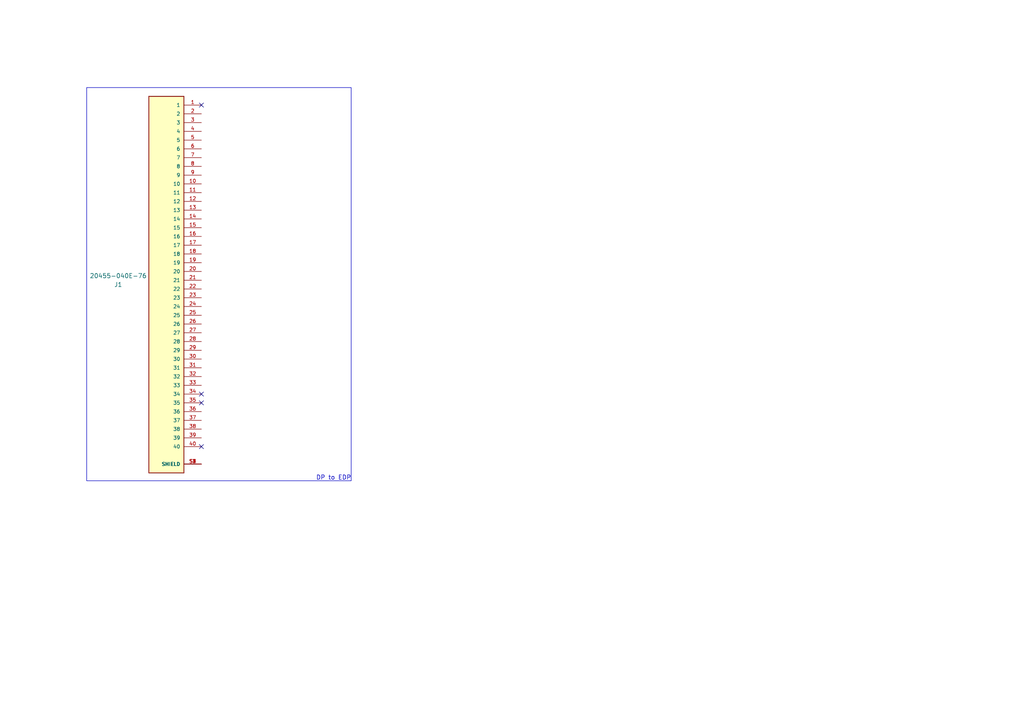
<source format=kicad_sch>
(kicad_sch (version 20250114) (generator "eeschema") (generator_version "9.0")
  (paper "A4")
  (lib_symbols
    (symbol "20455-040E-76:20455-040E-76" (pin_names (offset 1.016))
      (property "Reference" "J" (at -5.08 54.102 0))
      (property "Value" "20455-040E-76" (at -5.08 -58.42 0))
      (symbol "20455-040E-76_0_0"
        (rectangle (start -5.08 -55.88) (end 5.08 53.34) (stroke (width 0.254)) (fill (type background)))
        (pin passive line (at -10.16 50.8 0) (length 5.08) (name "1") (number "1"))
        (pin passive line (at -10.16 48.26 0) (length 5.08) (name "2") (number "2"))
        (pin passive line (at -10.16 45.72 0) (length 5.08) (name "3") (number "3"))
        (pin passive line (at -10.16 43.18 0) (length 5.08) (name "4") (number "4"))
        (pin passive line (at -10.16 40.64 0) (length 5.08) (name "5") (number "5"))
        (pin passive line (at -10.16 38.1 0) (length 5.08) (name "6") (number "6"))
        (pin passive line (at -10.16 35.56 0) (length 5.08) (name "7") (number "7"))
        (pin passive line (at -10.16 33.02 0) (length 5.08) (name "8") (number "8"))
        (pin passive line (at -10.16 30.48 0) (length 5.08) (name "9") (number "9"))
        (pin passive line (at -10.16 27.94 0) (length 5.08) (name "10") (number "10"))
        (pin passive line (at -10.16 25.4 0) (length 5.08) (name "11") (number "11"))
        (pin passive line (at -10.16 22.86 0) (length 5.08) (name "12") (number "12"))
        (pin passive line (at -10.16 20.32 0) (length 5.08) (name "13") (number "13"))
        (pin passive line (at -10.16 17.78 0) (length 5.08) (name "14") (number "14"))
        (pin passive line (at -10.16 15.24 0) (length 5.08) (name "15") (number "15"))
        (pin passive line (at -10.16 12.7 0) (length 5.08) (name "16") (number "16"))
        (pin passive line (at -10.16 10.16 0) (length 5.08) (name "17") (number "17"))
        (pin passive line (at -10.16 7.62 0) (length 5.08) (name "18") (number "18"))
        (pin passive line (at -10.16 5.08 0) (length 5.08) (name "19") (number "19"))
        (pin passive line (at -10.16 2.54 0) (length 5.08) (name "20") (number "20"))
        (pin passive line (at -10.16 0 0) (length 5.08) (name "21") (number "21"))
        (pin passive line (at -10.16 -2.54 0) (length 5.08) (name "22") (number "22"))
        (pin passive line (at -10.16 -5.08 0) (length 5.08) (name "23") (number "23"))
        (pin passive line (at -10.16 -7.62 0) (length 5.08) (name "24") (number "24"))
        (pin passive line (at -10.16 -10.16 0) (length 5.08) (name "25") (number "25"))
        (pin passive line (at -10.16 -12.7 0) (length 5.08) (name "26") (number "26"))
        (pin passive line (at -10.16 -15.24 0) (length 5.08) (name "27") (number "27"))
        (pin passive line (at -10.16 -17.78 0) (length 5.08) (name "28") (number "28"))
        (pin passive line (at -10.16 -20.32 0) (length 5.08) (name "29") (number "29"))
        (pin passive line (at -10.16 -22.86 0) (length 5.08) (name "30") (number "30"))
        (pin passive line (at -10.16 -25.4 0) (length 5.08) (name "31") (number "31"))
        (pin passive line (at -10.16 -27.94 0) (length 5.08) (name "32") (number "32"))
        (pin passive line (at -10.16 -30.48 0) (length 5.08) (name "33") (number "33"))
        (pin passive line (at -10.16 -33.02 0) (length 5.08) (name "34") (number "34"))
        (pin passive line (at -10.16 -35.56 0) (length 5.08) (name "35") (number "35"))
        (pin passive line (at -10.16 -38.1 0) (length 5.08) (name "36") (number "36"))
        (pin passive line (at -10.16 -40.64 0) (length 5.08) (name "37") (number "37"))
        (pin passive line (at -10.16 -43.18 0) (length 5.08) (name "38") (number "38"))
        (pin passive line (at -10.16 -45.72 0) (length 5.08) (name "39") (number "39"))
        (pin passive line (at -10.16 -48.26 0) (length 5.08) (name "40") (number "40"))
        (pin passive line (at -10.16 -53.34 0) (length 5.08) (name "SHIELD") (number "S1"))
        (pin passive line (at -10.16 -53.34 0) (length 5.08) (name "SHIELD") (number "S2"))
        (pin passive line (at -10.16 -53.34 0) (length 5.08) (name "SHIELD") (number "S3"))
        (pin passive line (at -10.16 -53.34 0) (length 5.08) (name "SHIELD") (number "S4"))
      )
    )
  )
  (rectangle (start 25.146 25.4) (end 101.854 139.446))
  (text "DP to EDP" (at 96.774 138.684 0) (effects (font (size 1.27 1.27))))
  (no_connect (at 58.42 129.54))
  (no_connect (at 58.42 30.48))
  (no_connect (at 58.42 116.84))
  (no_connect (at 58.42 114.3))
  (symbol (lib_id "20455-040E-76:20455-040E-76") (at 48.26 81.28 0) (mirror y) (unit 1)
    (property "Reference" "J1" (at 34.29 82.55 0))
    (property "Value" "20455-040E-76" (at 34.29 80.01 0))
    (property "Footprint" "20455-040E-76:IPEX_20455-040E-76" (effects (hide yes)))
    (property "MF" "I-PEX" (effects (hide yes)))
    (property "Description_1" "40 POS Right Angle SMD 0.5 mm pitch, Horizontal mating type Micro-coaxial and FPC connector with mechanical lock (VESA standard connector) CABLINE-VS Receptacle" (effects (hide yes)))
    (property "Package" "None" (effects (hide yes)))
    (property "Price" "None" (effects (hide yes)))
    (property "Check_prices" "https://www.snapeda.com/parts/20455-040E-76/I-PEX/view-part/?ref=eda" (effects (hide yes)))
    (property "STANDARD" "Manufacturer Recommendations" (effects (hide yes)))
    (property "SnapEDA_Link" "https://www.snapeda.com/parts/20455-040E-76/I-PEX/view-part/?ref=snap" (effects (hide yes)))
    (property "MP" "20455-040E-76" (effects (hide yes)))
    (property "Availability" "In Stock" (effects (hide yes)))
    (property "MANUFACTURER" "I-PEX" (effects (hide yes)))
  )
)
</source>
